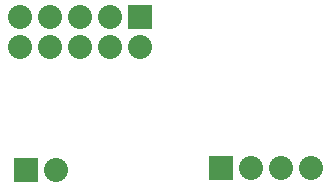
<source format=gbs>
G04 (created by PCBNEW (2013-jul-07)-stable) date Пт 28 фев 2014 10:34:58*
%MOIN*%
G04 Gerber Fmt 3.4, Leading zero omitted, Abs format*
%FSLAX34Y34*%
G01*
G70*
G90*
G04 APERTURE LIST*
%ADD10C,0.00590551*%
%ADD11R,0.08X0.08*%
%ADD12C,0.08*%
G04 APERTURE END LIST*
G54D10*
G54D11*
X91087Y-22137D03*
G54D12*
X91087Y-23137D03*
X90087Y-22137D03*
X90087Y-23137D03*
X89087Y-22137D03*
X89087Y-23137D03*
X88087Y-22137D03*
X88087Y-23137D03*
X87087Y-22137D03*
X87087Y-23137D03*
G54D11*
X93787Y-27187D03*
G54D12*
X94787Y-27187D03*
X95787Y-27187D03*
X96787Y-27187D03*
G54D11*
X87287Y-27237D03*
G54D12*
X88287Y-27237D03*
M02*

</source>
